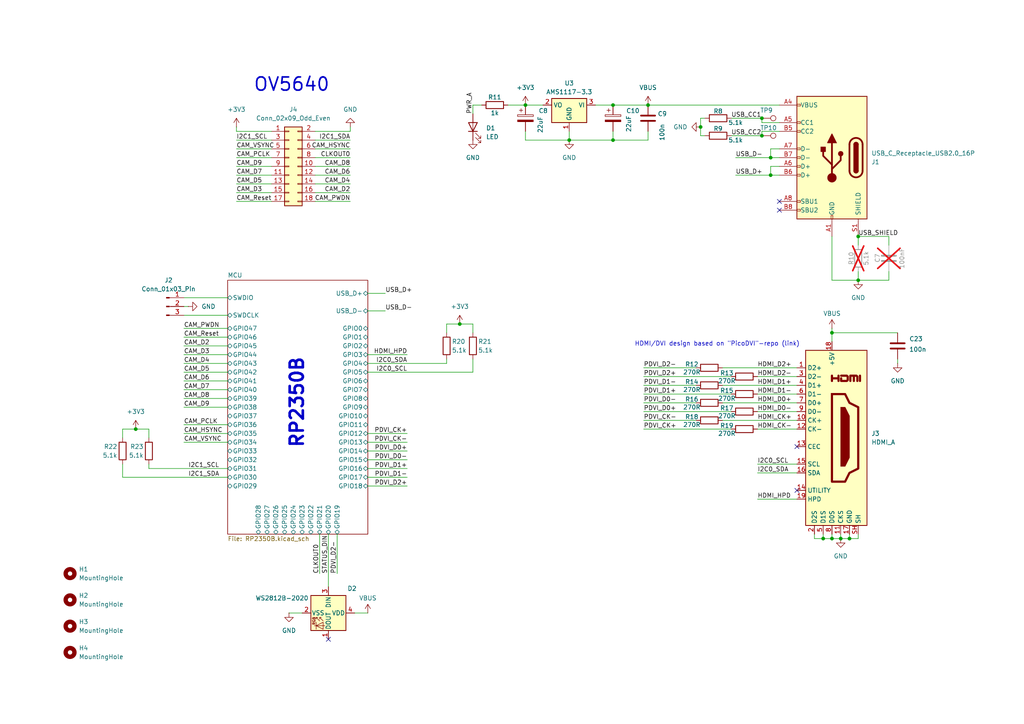
<source format=kicad_sch>
(kicad_sch (version 20231120) (generator "eeschema") (generator_version "8.0")
  (paper "A4")
  (lib_symbols
    (symbol "Connector:Conn_01x03_Pin" (pin_names (offset 1.016) hide)
      (property "Reference" "J" (at 0 5.08 0))
      (property "Value" "Conn_01x03_Pin" (at 0 -5.08 0))
      (symbol "Conn_01x03_Pin_1_1"
        (polyline (pts (xy 1.27 -2.54) (xy 0.8636 -2.54)) (stroke (width 0.1524)))
        (polyline (pts (xy 1.27 0) (xy 0.8636 0)) (stroke (width 0.1524)))
        (polyline (pts (xy 1.27 2.54) (xy 0.8636 2.54)) (stroke (width 0.1524)))
        (rectangle (start 0.8636 -2.413) (end 0 -2.667) (stroke (width 0.1524)) (fill (type outline)))
        (rectangle (start 0.8636 0.127) (end 0 -0.127) (stroke (width 0.1524)) (fill (type outline)))
        (rectangle (start 0.8636 2.667) (end 0 2.413) (stroke (width 0.1524)) (fill (type outline)))
        (pin passive line (at 5.08 2.54 180) (length 3.81) (name "Pin_1") (number "1"))
        (pin passive line (at 5.08 0 180) (length 3.81) (name "Pin_2") (number "2"))
        (pin passive line (at 5.08 -2.54 180) (length 3.81) (name "Pin_3") (number "3"))
      )
    )
    (symbol "Connector:HDMI_A"
      (property "Reference" "J" (at -6.35 26.67 0))
      (property "Value" "HDMI_A" (at 10.16 26.67 0))
      (symbol "HDMI_A_0_0"
        (polyline (pts (xy 8.128 16.51) (xy 8.128 18.034)) (stroke (width 0.635)))
        (polyline (pts (xy 0 16.51) (xy 0 18.034) (xy 0 17.272) (xy 1.905 17.272) (xy 1.905 18.034) (xy 1.905 16.51)) (stroke (width 0.635)))
        (polyline (pts (xy 2.667 18.034) (xy 4.318 18.034) (xy 4.572 17.78) (xy 4.572 16.764) (xy 4.318 16.51) (xy 2.667 16.51) (xy 2.667 17.272)) (stroke (width 0.635)))
      )
      (symbol "HDMI_A_0_1"
        (rectangle (start -7.62 25.4) (end 10.16 -25.4) (stroke (width 0.254)) (fill (type background)))
        (polyline (pts (xy 2.54 8.89) (xy 3.81 8.89) (xy 5.08 6.35) (xy 5.08 -5.715) (xy 3.81 -8.255) (xy 2.54 -8.255) (xy 2.54 8.89)) (fill (type outline)))
        (polyline (pts (xy 5.334 16.51) (xy 5.334 18.034) (xy 6.35 18.034) (xy 6.35 16.51) (xy 6.35 18.034) (xy 7.112 18.034) (xy 7.366 17.78) (xy 7.366 16.51)) (stroke (width 0.635)))
        (polyline (pts (xy 0 12.7) (xy 0 -12.7) (xy 3.81 -12.7) (xy 5.08 -10.16) (xy 7.62 -8.89) (xy 7.62 8.89) (xy 5.08 10.16) (xy 3.81 12.7) (xy 0 12.7)) (stroke (width 0.635)))
      )
      (symbol "HDMI_A_1_1"
        (pin passive line (at -10.16 20.32 0) (length 2.54) (name "D2+") (number "1"))
        (pin passive line (at -10.16 5.08 0) (length 2.54) (name "CK+") (number "10"))
        (pin power_in line (at 2.54 -27.94 90) (length 2.54) (name "CKS") (number "11"))
        (pin passive line (at -10.16 2.54 0) (length 2.54) (name "CK-") (number "12"))
        (pin bidirectional line (at -10.16 -2.54 0) (length 2.54) (name "CEC") (number "13"))
        (pin passive line (at -10.16 -15.24 0) (length 2.54) (name "UTILITY") (number "14"))
        (pin passive line (at -10.16 -7.62 0) (length 2.54) (name "SCL") (number "15"))
        (pin bidirectional line (at -10.16 -10.16 0) (length 2.54) (name "SDA") (number "16"))
        (pin power_in line (at 5.08 -27.94 90) (length 2.54) (name "GND") (number "17"))
        (pin power_in line (at 0 27.94 270) (length 2.54) (name "+5V") (number "18"))
        (pin passive line (at -10.16 -17.78 0) (length 2.54) (name "HPD") (number "19"))
        (pin power_in line (at -5.08 -27.94 90) (length 2.54) (name "D2S") (number "2"))
        (pin passive line (at -10.16 17.78 0) (length 2.54) (name "D2-") (number "3"))
        (pin passive line (at -10.16 15.24 0) (length 2.54) (name "D1+") (number "4"))
        (pin power_in line (at -2.54 -27.94 90) (length 2.54) (name "D1S") (number "5"))
        (pin passive line (at -10.16 12.7 0) (length 2.54) (name "D1-") (number "6"))
        (pin passive line (at -10.16 10.16 0) (length 2.54) (name "D0+") (number "7"))
        (pin power_in line (at 0 -27.94 90) (length 2.54) (name "D0S") (number "8"))
        (pin passive line (at -10.16 7.62 0) (length 2.54) (name "D0-") (number "9"))
        (pin passive line (at 7.62 -27.94 90) (length 2.54) (name "SH") (number "SH"))
      )
    )
    (symbol "Connector:TestPoint" (pin_numbers hide) (pin_names (offset 0.762) hide)
      (property "Reference" "TP" (at 0 6.858 0))
      (property "Value" "TestPoint" (at 0 5.08 0))
      (symbol "TestPoint_0_1"
        (circle (center 0 3.302) (radius 0.762))
      )
      (symbol "TestPoint_1_1"
        (pin passive line (at 0 0 90) (length 2.54) (name "1") (number "1"))
      )
    )
    (symbol "Connector:USB_C_Receptacle_USB2.0_16P" (pin_names (offset 1.016))
      (property "Reference" "J" (at 0 22.225 0))
      (property "Value" "USB_C_Receptacle_USB2.0_16P" (at 0 19.685 0))
      (symbol "USB_C_Receptacle_USB2.0_16P_0_0"
        (rectangle (start -0.254 -17.78) (end 0.254 -16.764))
        (rectangle (start 10.16 -14.986) (end 9.144 -15.494))
        (rectangle (start 10.16 -12.446) (end 9.144 -12.954))
        (rectangle (start 10.16 -4.826) (end 9.144 -5.334))
        (rectangle (start 10.16 -2.286) (end 9.144 -2.794))
        (rectangle (start 10.16 0.254) (end 9.144 -0.254))
        (rectangle (start 10.16 2.794) (end 9.144 2.286))
        (rectangle (start 10.16 7.874) (end 9.144 7.366))
        (rectangle (start 10.16 10.414) (end 9.144 9.906))
        (rectangle (start 10.16 15.494) (end 9.144 14.986))
      )
      (symbol "USB_C_Receptacle_USB2.0_16P_0_1"
        (rectangle (start -10.16 17.78) (end 10.16 -17.78) (stroke (width 0.254)) (fill (type background)))
        (arc (start -8.89 -3.81) (mid -6.985 -5.7067) (end -5.08 -3.81) (stroke (width 0.508)))
        (arc (start -7.62 -3.81) (mid -6.985 -4.4423) (end -6.35 -3.81) (stroke (width 0.254)))
        (arc (start -7.62 -3.81) (mid -6.985 -4.4423) (end -6.35 -3.81) (stroke (width 0.254)) (fill (type outline)))
        (rectangle (start -7.62 -3.81) (end -6.35 3.81) (stroke (width 0.254)) (fill (type outline)))
        (arc (start -6.35 3.81) (mid -6.985 4.4423) (end -7.62 3.81) (stroke (width 0.254)))
        (arc (start -6.35 3.81) (mid -6.985 4.4423) (end -7.62 3.81) (stroke (width 0.254)) (fill (type outline)))
        (arc (start -5.08 3.81) (mid -6.985 5.7067) (end -8.89 3.81) (stroke (width 0.508)))
        (circle (center -2.54 1.143) (radius 0.635) (stroke (width 0.254)) (fill (type outline)))
        (circle (center 0 -5.842) (radius 1.27) (fill (type outline)))
        (polyline (pts (xy -8.89 -3.81) (xy -8.89 3.81)) (stroke (width 0.508)))
        (polyline (pts (xy -5.08 3.81) (xy -5.08 -3.81)) (stroke (width 0.508)))
        (polyline (pts (xy 0 -5.842) (xy 0 4.318)) (stroke (width 0.508)))
        (polyline (pts (xy 0 -3.302) (xy -2.54 -0.762) (xy -2.54 0.508)) (stroke (width 0.508)))
        (polyline (pts (xy 0 -2.032) (xy 2.54 0.508) (xy 2.54 1.778)) (stroke (width 0.508)))
        (polyline (pts (xy -1.27 4.318) (xy 0 6.858) (xy 1.27 4.318) (xy -1.27 4.318)) (stroke (width 0.254)) (fill (type outline)))
        (rectangle (start 1.905 1.778) (end 3.175 3.048) (stroke (width 0.254)) (fill (type outline)))
      )
      (symbol "USB_C_Receptacle_USB2.0_16P_1_1"
        (pin passive line (at 0 -22.86 90) (length 5.08) (name "GND") (number "A1"))
        (pin passive line (at 0 -22.86 90) (length 5.08) hide (name "GND") (number "A12"))
        (pin passive line (at 15.24 15.24 180) (length 5.08) (name "VBUS") (number "A4"))
        (pin bidirectional line (at 15.24 10.16 180) (length 5.08) (name "CC1") (number "A5"))
        (pin bidirectional line (at 15.24 -2.54 180) (length 5.08) (name "D+") (number "A6"))
        (pin bidirectional line (at 15.24 2.54 180) (length 5.08) (name "D-") (number "A7"))
        (pin bidirectional line (at 15.24 -12.7 180) (length 5.08) (name "SBU1") (number "A8"))
        (pin passive line (at 15.24 15.24 180) (length 5.08) hide (name "VBUS") (number "A9"))
        (pin passive line (at 0 -22.86 90) (length 5.08) hide (name "GND") (number "B1"))
        (pin passive line (at 0 -22.86 90) (length 5.08) hide (name "GND") (number "B12"))
        (pin passive line (at 15.24 15.24 180) (length 5.08) hide (name "VBUS") (number "B4"))
        (pin bidirectional line (at 15.24 7.62 180) (length 5.08) (name "CC2") (number "B5"))
        (pin bidirectional line (at 15.24 -5.08 180) (length 5.08) (name "D+") (number "B6"))
        (pin bidirectional line (at 15.24 0 180) (length 5.08) (name "D-") (number "B7"))
        (pin bidirectional line (at 15.24 -15.24 180) (length 5.08) (name "SBU2") (number "B8"))
        (pin passive line (at 15.24 15.24 180) (length 5.08) hide (name "VBUS") (number "B9"))
        (pin passive line (at -7.62 -22.86 90) (length 5.08) (name "SHIELD") (number "S1"))
      )
    )
    (symbol "Connector_Generic:Conn_02x09_Odd_Even" (pin_names (offset 1.016) hide)
      (property "Reference" "J" (at 1.27 12.7 0))
      (property "Value" "Conn_02x09_Odd_Even" (at 1.27 -12.7 0))
      (symbol "Conn_02x09_Odd_Even_1_1"
        (rectangle (start -1.27 -10.033) (end 0 -10.287) (stroke (width 0.1524)))
        (rectangle (start -1.27 -7.493) (end 0 -7.747) (stroke (width 0.1524)))
        (rectangle (start -1.27 -4.953) (end 0 -5.207) (stroke (width 0.1524)))
        (rectangle (start -1.27 -2.413) (end 0 -2.667) (stroke (width 0.1524)))
        (rectangle (start -1.27 0.127) (end 0 -0.127) (stroke (width 0.1524)))
        (rectangle (start -1.27 2.667) (end 0 2.413) (stroke (width 0.1524)))
        (rectangle (start -1.27 5.207) (end 0 4.953) (stroke (width 0.1524)))
        (rectangle (start -1.27 7.747) (end 0 7.493) (stroke (width 0.1524)))
        (rectangle (start -1.27 10.287) (end 0 10.033) (stroke (width 0.1524)))
        (rectangle (start -1.27 11.43) (end 3.81 -11.43) (stroke (width 0.254)) (fill (type background)))
        (rectangle (start 3.81 -10.033) (end 2.54 -10.287) (stroke (width 0.1524)))
        (rectangle (start 3.81 -7.493) (end 2.54 -7.747) (stroke (width 0.1524)))
        (rectangle (start 3.81 -4.953) (end 2.54 -5.207) (stroke (width 0.1524)))
        (rectangle (start 3.81 -2.413) (end 2.54 -2.667) (stroke (width 0.1524)))
        (rectangle (start 3.81 0.127) (end 2.54 -0.127) (stroke (width 0.1524)))
        (rectangle (start 3.81 2.667) (end 2.54 2.413) (stroke (width 0.1524)))
        (rectangle (start 3.81 5.207) (end 2.54 4.953) (stroke (width 0.1524)))
        (rectangle (start 3.81 7.747) (end 2.54 7.493) (stroke (width 0.1524)))
        (rectangle (start 3.81 10.287) (end 2.54 10.033) (stroke (width 0.1524)))
        (pin passive line (at -5.08 10.16 0) (length 3.81) (name "Pin_1") (number "1"))
        (pin passive line (at 7.62 0 180) (length 3.81) (name "Pin_10") (number "10"))
        (pin passive line (at -5.08 -2.54 0) (length 3.81) (name "Pin_11") (number "11"))
        (pin passive line (at 7.62 -2.54 180) (length 3.81) (name "Pin_12") (number "12"))
        (pin passive line (at -5.08 -5.08 0) (length 3.81) (name "Pin_13") (number "13"))
        (pin passive line (at 7.62 -5.08 180) (length 3.81) (name "Pin_14") (number "14"))
        (pin passive line (at -5.08 -7.62 0) (length 3.81) (name "Pin_15") (number "15"))
        (pin passive line (at 7.62 -7.62 180) (length 3.81) (name "Pin_16") (number "16"))
        (pin passive line (at -5.08 -10.16 0) (length 3.81) (name "Pin_17") (number "17"))
        (pin passive line (at 7.62 -10.16 180) (length 3.81) (name "Pin_18") (number "18"))
        (pin passive line (at 7.62 10.16 180) (length 3.81) (name "Pin_2") (number "2"))
        (pin passive line (at -5.08 7.62 0) (length 3.81) (name "Pin_3") (number "3"))
        (pin passive line (at 7.62 7.62 180) (length 3.81) (name "Pin_4") (number "4"))
        (pin passive line (at -5.08 5.08 0) (length 3.81) (name "Pin_5") (number "5"))
        (pin passive line (at 7.62 5.08 180) (length 3.81) (name "Pin_6") (number "6"))
        (pin passive line (at -5.08 2.54 0) (length 3.81) (name "Pin_7") (number "7"))
        (pin passive line (at 7.62 2.54 180) (length 3.81) (name "Pin_8") (number "8"))
        (pin passive line (at -5.08 0 0) (length 3.81) (name "Pin_9") (number "9"))
      )
    )
    (symbol "Device:C" (pin_numbers hide) (pin_names (offset 0.254))
      (property "Reference" "C" (at 0.635 2.54 0))
      (property "Value" "C" (at 0.635 -2.54 0))
      (symbol "C_0_1"
        (polyline (pts (xy -2.032 -0.762) (xy 2.032 -0.762)) (stroke (width 0.508)))
        (polyline (pts (xy -2.032 0.762) (xy 2.032 0.762)) (stroke (width 0.508)))
      )
      (symbol "C_1_1"
        (pin passive line (at 0 3.81 270) (length 2.794) (name "~") (number "1"))
        (pin passive line (at 0 -3.81 90) (length 2.794) (name "~") (number "2"))
      )
    )
    (symbol "Device:C_Polarized" (pin_numbers hide) (pin_names (offset 0.254))
      (property "Reference" "C" (at 0.635 2.54 0))
      (property "Value" "C_Polarized" (at 0.635 -2.54 0))
      (symbol "C_Polarized_0_1"
        (rectangle (start -2.286 0.508) (end 2.286 1.016))
        (polyline (pts (xy -1.778 2.286) (xy -0.762 2.286)))
        (polyline (pts (xy -1.27 2.794) (xy -1.27 1.778)))
        (rectangle (start 2.286 -0.508) (end -2.286 -1.016) (fill (type outline)))
      )
      (symbol "C_Polarized_1_1"
        (pin passive line (at 0 3.81 270) (length 2.794) (name "~") (number "1"))
        (pin passive line (at 0 -3.81 90) (length 2.794) (name "~") (number "2"))
      )
    )
    (symbol "Device:LED" (pin_numbers hide) (pin_names (offset 1.016) hide)
      (property "Reference" "D" (at 0 2.54 0))
      (property "Value" "LED" (at 0 -2.54 0))
      (symbol "LED_0_1"
        (polyline (pts (xy -1.27 -1.27) (xy -1.27 1.27)) (stroke (width 0.254)))
        (polyline (pts (xy -1.27 0) (xy 1.27 0)))
        (polyline (pts (xy 1.27 -1.27) (xy 1.27 1.27) (xy -1.27 0) (xy 1.27 -1.27)) (stroke (width 0.254)))
        (polyline (pts (xy -3.048 -0.762) (xy -4.572 -2.286) (xy -3.81 -2.286) (xy -4.572 -2.286) (xy -4.572 -1.524)))
        (polyline (pts (xy -1.778 -0.762) (xy -3.302 -2.286) (xy -2.54 -2.286) (xy -3.302 -2.286) (xy -3.302 -1.524)))
      )
      (symbol "LED_1_1"
        (pin passive line (at -3.81 0 0) (length 2.54) (name "K") (number "1"))
        (pin passive line (at 3.81 0 180) (length 2.54) (name "A") (number "2"))
      )
    )
    (symbol "Device:R" (pin_numbers hide) (pin_names (offset 0))
      (property "Reference" "R" (at 2.032 0 90))
      (property "Value" "R" (at 0 0 90))
      (symbol "R_0_1"
        (rectangle (start -1.016 -2.54) (end 1.016 2.54) (stroke (width 0.254)))
      )
      (symbol "R_1_1"
        (pin passive line (at 0 3.81 270) (length 1.27) (name "~") (number "1"))
        (pin passive line (at 0 -3.81 90) (length 1.27) (name "~") (number "2"))
      )
    )
    (symbol "LED:WS2812B-2020" (pin_names (offset 0.254))
      (property "Reference" "D" (at 5.08 5.715 0))
      (property "Value" "WS2812B-2020" (at 1.27 -5.715 0))
      (symbol "WS2812B-2020_0_0"
        (text "RGB" (at 2.286 -4.191 0) (effects (font (size 0.762 0.762))))
      )
      (symbol "WS2812B-2020_0_1"
        (polyline (pts (xy 1.27 -3.556) (xy 1.778 -3.556)))
        (polyline (pts (xy 1.27 -2.54) (xy 1.778 -2.54)))
        (polyline (pts (xy 4.699 -3.556) (xy 2.667 -3.556)))
        (polyline (pts (xy 2.286 -2.54) (xy 1.27 -3.556) (xy 1.27 -3.048)))
        (polyline (pts (xy 2.286 -1.524) (xy 1.27 -2.54) (xy 1.27 -2.032)))
        (polyline (pts (xy 3.683 -1.016) (xy 3.683 -3.556) (xy 3.683 -4.064)))
        (polyline (pts (xy 4.699 -1.524) (xy 2.667 -1.524) (xy 3.683 -3.556) (xy 4.699 -1.524)))
        (rectangle (start 5.08 5.08) (end -5.08 -5.08) (stroke (width 0.254)) (fill (type background)))
      )
      (symbol "WS2812B-2020_1_1"
        (pin output line (at 7.62 0 180) (length 2.54) (name "DOUT") (number "1"))
        (pin power_in line (at 0 -7.62 90) (length 2.54) (name "VSS") (number "2"))
        (pin input line (at -7.62 0 0) (length 2.54) (name "DIN") (number "3"))
        (pin power_in line (at 0 7.62 270) (length 2.54) (name "VDD") (number "4"))
      )
    )
    (symbol "Mechanical:MountingHole" (pin_names (offset 1.016)) (exclude_from_sim yes) (in_bom no)
      (property "Reference" "H" (at 0 5.08 0))
      (property "Value" "MountingHole" (at 0 3.175 0))
      (symbol "MountingHole_0_1"
        (circle (center 0 0) (radius 1.27) (stroke (width 1.27)))
      )
    )
    (symbol "Regulator_Linear:AMS1117-3.3"
      (property "Reference" "U" (at -3.81 3.175 0))
      (property "Value" "AMS1117-3.3" (at 0 3.175 0))
      (symbol "AMS1117-3.3_0_1"
        (rectangle (start -5.08 -5.08) (end 5.08 1.905) (stroke (width 0.254)) (fill (type background)))
      )
      (symbol "AMS1117-3.3_1_1"
        (pin power_in line (at 0 -7.62 90) (length 2.54) (name "GND") (number "1"))
        (pin power_out line (at 7.62 0 180) (length 2.54) (name "VO") (number "2"))
        (pin power_in line (at -7.62 0 0) (length 2.54) (name "VI") (number "3"))
      )
    )
    (symbol "power:+3V3" (power) (pin_numbers hide) (pin_names (offset 0) hide)
      (property "Value" "+3V3" (at 0 3.556 0))
      (symbol "+3V3_0_1"
        (polyline (pts (xy -0.762 1.27) (xy 0 2.54)))
        (polyline (pts (xy 0 0) (xy 0 2.54)))
        (polyline (pts (xy 0 2.54) (xy 0.762 1.27)))
      )
      (symbol "+3V3_1_1"
        (pin power_in line (at 0 0 90) (length 0) (name "~") (number "1"))
      )
    )
    (symbol "power:+5V" (power) (pin_numbers hide) (pin_names (offset 0) hide)
      (property "Value" "+5V" (at 0 3.556 0))
      (symbol "+5V_0_1"
        (polyline (pts (xy -0.762 1.27) (xy 0 2.54)))
        (polyline (pts (xy 0 0) (xy 0 2.54)))
        (polyline (pts (xy 0 2.54) (xy 0.762 1.27)))
      )
      (symbol "+5V_1_1"
        (pin power_in line (at 0 0 90) (length 0) (name "~") (number "1"))
      )
    )
    (symbol "power:GND" (power) (pin_numbers hide) (pin_names (offset 0) hide)
      (property "Value" "GND" (at 0 -3.81 0))
      (symbol "GND_0_1"
        (polyline (pts (xy 0 0) (xy 0 -1.27) (xy 1.27 -1.27) (xy 0 -2.54) (xy -1.27 -1.27) (xy 0 -1.27)))
      )
      (symbol "GND_1_1"
        (pin power_in line (at 0 0 270) (length 0) (name "~") (number "1"))
      )
    )
    (symbol "power:VBUS" (power) (pin_numbers hide) (pin_names (offset 0) hide)
      (property "Value" "VBUS" (at 0 3.556 0))
      (symbol "VBUS_0_1"
        (polyline (pts (xy -0.762 1.27) (xy 0 2.54)))
        (polyline (pts (xy 0 0) (xy 0 2.54)))
        (polyline (pts (xy 0 2.54) (xy 0.762 1.27)))
      )
      (symbol "VBUS_1_1"
        (pin power_in line (at 0 0 90) (length 0) (name "~") (number "1"))
      )
    )
  )
  (junction (at 241.3 96.52))
  (junction (at 203.2 36.83))
  (junction (at 152.4 30.48))
  (junction (at 248.92 81.28))
  (junction (at 246.38 156.21))
  (junction (at 241.3 156.21))
  (junction (at 238.76 156.21))
  (junction (at 223.52 45.72))
  (junction (at 220.98 34.29))
  (junction (at 177.8 40.64))
  (junction (at 177.8 30.48))
  (junction (at 39.37 124.46))
  (junction (at 243.84 156.21))
  (junction (at 187.96 30.48))
  (junction (at 223.52 50.8))
  (junction (at 133.35 93.98))
  (junction (at 220.98 39.37))
  (junction (at 248.92 68.58))
  (junction (at 165.1 40.64))
  (no_connect (at 226.06 58.42))
  (no_connect (at 226.06 60.96))
  (no_connect (at 231.14 129.54))
  (no_connect (at 95.25 185.42))
  (no_connect (at 231.14 142.24))
  (wire (pts (xy 203.2 39.37) (xy 204.47 39.37)))
  (wire (pts (xy 101.6 36.83) (xy 101.6 38.1)))
  (wire (pts (xy 186.69 114.3) (xy 212.09 114.3)))
  (wire (pts (xy 219.71 109.22) (xy 231.14 109.22)))
  (wire (pts (xy 35.56 124.46) (xy 35.56 127)))
  (wire (pts (xy 246.38 156.21) (xy 248.92 156.21)))
  (wire (pts (xy 91.44 48.26) (xy 101.6 48.26)))
  (wire (pts (xy 248.92 68.58) (xy 248.92 71.12)))
  (wire (pts (xy 241.3 156.21) (xy 243.84 156.21)))
  (wire (pts (xy 220.98 39.37) (xy 220.98 38.1)))
  (wire (pts (xy 68.58 45.72) (xy 78.74 45.72)))
  (wire (pts (xy 53.34 105.41) (xy 66.04 105.41)))
  (wire (pts (xy 186.69 116.84) (xy 201.93 116.84)))
  (wire (pts (xy 213.36 45.72) (xy 223.52 45.72)))
  (wire (pts (xy 248.92 81.28) (xy 248.92 78.74)))
  (wire (pts (xy 203.2 36.83) (xy 203.2 39.37)))
  (wire (pts (xy 219.71 114.3) (xy 231.14 114.3)))
  (wire (pts (xy 246.38 156.21) (xy 246.38 154.94)))
  (wire (pts (xy 111.76 90.17) (xy 106.68 90.17)))
  (wire (pts (xy 137.16 33.02) (xy 137.16 30.48)))
  (wire (pts (xy 241.3 68.58) (xy 241.3 81.28)))
  (wire (pts (xy 66.04 135.89) (xy 43.18 135.89)))
  (wire (pts (xy 68.58 50.8) (xy 78.74 50.8)))
  (wire (pts (xy 53.34 91.44) (xy 66.04 91.44)))
  (wire (pts (xy 219.71 119.38) (xy 231.14 119.38)))
  (wire (pts (xy 53.34 95.25) (xy 66.04 95.25)))
  (wire (pts (xy 68.58 36.83) (xy 68.58 38.1)))
  (wire (pts (xy 177.8 40.64) (xy 177.8 38.1)))
  (wire (pts (xy 152.4 30.48) (xy 157.48 30.48)))
  (wire (pts (xy 220.98 35.56) (xy 220.98 34.29)))
  (wire (pts (xy 54.61 88.9) (xy 53.34 88.9)))
  (wire (pts (xy 53.34 125.73) (xy 66.04 125.73)))
  (wire (pts (xy 236.22 156.21) (xy 238.76 156.21)))
  (wire (pts (xy 91.44 50.8) (xy 101.6 50.8)))
  (wire (pts (xy 68.58 55.88) (xy 78.74 55.88)))
  (wire (pts (xy 118.11 138.43) (xy 106.68 138.43)))
  (wire (pts (xy 53.34 128.27) (xy 66.04 128.27)))
  (wire (pts (xy 92.71 166.37) (xy 92.71 154.94)))
  (wire (pts (xy 118.11 128.27) (xy 106.68 128.27)))
  (wire (pts (xy 177.8 30.48) (xy 187.96 30.48)))
  (wire (pts (xy 129.54 104.14) (xy 129.54 105.41)))
  (wire (pts (xy 53.34 118.11) (xy 66.04 118.11)))
  (wire (pts (xy 53.34 97.79) (xy 66.04 97.79)))
  (wire (pts (xy 91.44 58.42) (xy 101.6 58.42)))
  (wire (pts (xy 241.3 96.52) (xy 260.35 96.52)))
  (wire (pts (xy 91.44 45.72) (xy 101.6 45.72)))
  (wire (pts (xy 53.34 86.36) (xy 66.04 86.36)))
  (wire (pts (xy 243.84 156.21) (xy 246.38 156.21)))
  (wire (pts (xy 118.11 130.81) (xy 106.68 130.81)))
  (wire (pts (xy 243.84 156.21) (xy 243.84 154.94)))
  (wire (pts (xy 118.11 125.73) (xy 106.68 125.73)))
  (wire (pts (xy 248.92 156.21) (xy 248.92 154.94)))
  (wire (pts (xy 106.68 85.09) (xy 111.76 85.09)))
  (wire (pts (xy 43.18 134.62) (xy 43.18 135.89)))
  (wire (pts (xy 53.34 113.03) (xy 66.04 113.03)))
  (wire (pts (xy 209.55 116.84) (xy 231.14 116.84)))
  (wire (pts (xy 118.11 102.87) (xy 106.68 102.87)))
  (wire (pts (xy 236.22 156.21) (xy 236.22 154.94)))
  (wire (pts (xy 91.44 40.64) (xy 101.6 40.64)))
  (wire (pts (xy 186.69 111.76) (xy 201.93 111.76)))
  (wire (pts (xy 83.82 177.8) (xy 87.63 177.8)))
  (wire (pts (xy 209.55 111.76) (xy 231.14 111.76)))
  (wire (pts (xy 220.98 38.1) (xy 226.06 38.1)))
  (wire (pts (xy 106.68 177.8) (xy 102.87 177.8)))
  (wire (pts (xy 91.44 43.18) (xy 101.6 43.18)))
  (wire (pts (xy 238.76 156.21) (xy 241.3 156.21)))
  (wire (pts (xy 68.58 38.1) (xy 78.74 38.1)))
  (wire (pts (xy 186.69 119.38) (xy 212.09 119.38)))
  (wire (pts (xy 238.76 156.21) (xy 238.76 154.94)))
  (wire (pts (xy 53.34 123.19) (xy 66.04 123.19)))
  (wire (pts (xy 137.16 30.48) (xy 139.7 30.48)))
  (wire (pts (xy 187.96 38.1) (xy 187.96 40.64)))
  (wire (pts (xy 68.58 43.18) (xy 78.74 43.18)))
  (wire (pts (xy 209.55 106.68) (xy 231.14 106.68)))
  (wire (pts (xy 53.34 107.95) (xy 66.04 107.95)))
  (wire (pts (xy 68.58 40.64) (xy 78.74 40.64)))
  (wire (pts (xy 219.71 144.78) (xy 231.14 144.78)))
  (wire (pts (xy 152.4 40.64) (xy 165.1 40.64)))
  (wire (pts (xy 118.11 133.35) (xy 106.68 133.35)))
  (wire (pts (xy 187.96 30.48) (xy 226.06 30.48)))
  (wire (pts (xy 95.25 154.94) (xy 95.25 170.18)))
  (wire (pts (xy 241.3 96.52) (xy 241.3 99.06)))
  (wire (pts (xy 226.06 43.18) (xy 223.52 43.18)))
  (wire (pts (xy 165.1 40.64) (xy 177.8 40.64)))
  (wire (pts (xy 68.58 48.26) (xy 78.74 48.26)))
  (wire (pts (xy 223.52 43.18) (xy 223.52 45.72)))
  (wire (pts (xy 133.35 93.98) (xy 137.16 93.98)))
  (wire (pts (xy 204.47 34.29) (xy 203.2 34.29)))
  (wire (pts (xy 68.58 58.42) (xy 78.74 58.42)))
  (wire (pts (xy 68.58 53.34) (xy 78.74 53.34)))
  (wire (pts (xy 223.52 45.72) (xy 226.06 45.72)))
  (wire (pts (xy 248.92 68.58) (xy 257.81 68.58)))
  (wire (pts (xy 257.81 81.28) (xy 248.92 81.28)))
  (wire (pts (xy 172.72 30.48) (xy 177.8 30.48)))
  (wire (pts (xy 43.18 127) (xy 43.18 124.46)))
  (wire (pts (xy 212.09 39.37) (xy 220.98 39.37)))
  (wire (pts (xy 241.3 81.28) (xy 248.92 81.28)))
  (wire (pts (xy 186.69 109.22) (xy 212.09 109.22)))
  (wire (pts (xy 213.36 50.8) (xy 223.52 50.8)))
  (wire (pts (xy 219.71 124.46) (xy 231.14 124.46)))
  (wire (pts (xy 186.69 124.46) (xy 212.09 124.46)))
  (wire (pts (xy 53.34 110.49) (xy 66.04 110.49)))
  (wire (pts (xy 220.98 35.56) (xy 226.06 35.56)))
  (wire (pts (xy 97.79 154.94) (xy 97.79 166.37)))
  (wire (pts (xy 223.52 50.8) (xy 226.06 50.8)))
  (wire (pts (xy 226.06 48.26) (xy 223.52 48.26)))
  (wire (pts (xy 219.71 137.16) (xy 231.14 137.16)))
  (wire (pts (xy 53.34 100.33) (xy 66.04 100.33)))
  (wire (pts (xy 66.04 138.43) (xy 35.56 138.43)))
  (wire (pts (xy 101.6 38.1) (xy 91.44 38.1)))
  (wire (pts (xy 219.71 134.62) (xy 231.14 134.62)))
  (wire (pts (xy 91.44 53.34) (xy 101.6 53.34)))
  (wire (pts (xy 241.3 95.25) (xy 241.3 96.52)))
  (wire (pts (xy 129.54 93.98) (xy 133.35 93.98)))
  (wire (pts (xy 106.68 107.95) (xy 137.16 107.95)))
  (wire (pts (xy 223.52 48.26) (xy 223.52 50.8)))
  (wire (pts (xy 260.35 105.41) (xy 260.35 104.14)))
  (wire (pts (xy 165.1 40.64) (xy 165.1 38.1)))
  (wire (pts (xy 257.81 78.74) (xy 257.81 81.28)))
  (wire (pts (xy 186.69 106.68) (xy 201.93 106.68)))
  (wire (pts (xy 53.34 115.57) (xy 66.04 115.57)))
  (wire (pts (xy 186.69 121.92) (xy 201.93 121.92)))
  (wire (pts (xy 129.54 96.52) (xy 129.54 93.98)))
  (wire (pts (xy 43.18 124.46) (xy 39.37 124.46)))
  (wire (pts (xy 106.68 135.89) (xy 118.11 135.89)))
  (wire (pts (xy 212.09 34.29) (xy 220.98 34.29)))
  (wire (pts (xy 35.56 134.62) (xy 35.56 138.43)))
  (wire (pts (xy 53.34 102.87) (xy 66.04 102.87)))
  (wire (pts (xy 209.55 121.92) (xy 231.14 121.92)))
  (wire (pts (xy 106.68 140.97) (xy 118.11 140.97)))
  (wire (pts (xy 187.96 40.64) (xy 177.8 40.64)))
  (wire (pts (xy 241.3 156.21) (xy 241.3 154.94)))
  (wire (pts (xy 203.2 34.29) (xy 203.2 36.83)))
  (wire (pts (xy 39.37 124.46) (xy 35.56 124.46)))
  (wire (pts (xy 147.32 30.48) (xy 152.4 30.48)))
  (wire (pts (xy 91.44 55.88) (xy 101.6 55.88)))
  (wire (pts (xy 137.16 104.14) (xy 137.16 107.95)))
  (wire (pts (xy 152.4 38.1) (xy 152.4 40.64)))
  (wire (pts (xy 137.16 93.98) (xy 137.16 96.52)))
  (wire (pts (xy 257.81 71.12) (xy 257.81 68.58)))
  (wire (pts (xy 106.68 105.41) (xy 129.54 105.41)))
  (text "HDMI/DVI design based on \"PicoDVI\"-repo (link)" (at 208.026 99.822 0) (effects (font (size 1.27 1.27))))
  (text "OV5640" (at 73.406 24.638 0) (effects (font (size 3.81 3.81) (thickness 0.4763)) (justify left)))
  (text "RP2350B" (at 86.106 116.84 90) (effects (font (size 3.81 3.81) (thickness 0.762) (bold yes))))
  (label "CAM_D9" (at 68.58 48.26 0))
  (label "CAM_PCLK" (at 53.34 123.19 0))
  (label "CAM_D4" (at 101.6 53.34 180))
  (label "CAM_HSYNC" (at 53.34 125.73 0))
  (label "USB_D-" (at 213.36 45.72 0))
  (label "CAM_D7" (at 68.58 50.8 0))
  (label "HDMI_CK-" (at 219.71 124.46 0) (effects (font (thickness 0.1588))))
  (label "CAM_VSYNC" (at 68.58 43.18 0))
  (label "HDMI_HPD" (at 118.11 102.87 180))
  (label "CAM_D6" (at 101.6 50.8 180))
  (label "CAM_VSYNC" (at 53.34 128.27 0))
  (label "STATUS_DIN" (at 95.25 166.37 90))
  (label "USB_D+" (at 213.36 50.8 0))
  (label "HDMI_HPD" (at 219.71 144.78 0))
  (label "USB_SHIELD" (at 248.92 68.58 0))
  (label "USB_CC1" (at 212.09 34.29 0))
  (label "PDVI_D0+" (at 186.69 119.38 0) (effects (font (thickness 0.1588))))
  (label "PDVI_D2-" (at 186.69 106.68 0) (effects (font (thickness 0.1588))))
  (label "HDMI_CK+" (at 219.71 121.92 0) (effects (font (thickness 0.1588))))
  (label "CAM_D4" (at 53.34 105.41 0))
  (label "CAM_D2" (at 101.6 55.88 180))
  (label "I2C1_SCL" (at 54.61 135.89 0))
  (label "USB_D+" (at 111.76 85.09 0))
  (label "PDVI_CK-" (at 118.11 128.27 180) (effects (font (thickness 0.1588))))
  (label "HDMI_D1-" (at 219.71 114.3 0) (effects (font (thickness 0.1588))))
  (label "PDVI_D1+" (at 186.69 114.3 0) (effects (font (thickness 0.1588))))
  (label "USB_CC2" (at 212.09 39.37 0))
  (label "CAM_PWDN" (at 101.6 58.42 180))
  (label "PDVI_D2+" (at 186.69 109.22 0) (effects (font (thickness 0.1588))))
  (label "I2C1_SCL" (at 68.58 40.64 0))
  (label "HDMI_D0-" (at 219.71 119.38 0) (effects (font (thickness 0.1588))))
  (label "CAM_HSYNC" (at 101.6 43.18 180))
  (label "CAM_D8" (at 53.34 115.57 0))
  (label "PDVI_D0-" (at 186.69 116.84 0) (effects (font (thickness 0.1588))))
  (label "CLKOUT0" (at 101.6 45.72 180))
  (label "PDVI_D1-" (at 186.69 111.76 0) (effects (font (thickness 0.1588))))
  (label "PDVI_CK+" (at 186.69 124.46 0) (effects (font (thickness 0.1588))))
  (label "I2C0_SCL" (at 118.11 107.95 180))
  (label "CAM_D8" (at 101.6 48.26 180))
  (label "HDMI_D1+" (at 219.71 111.76 0) (effects (font (thickness 0.1588))))
  (label "CAM_Reset" (at 53.34 97.79 0))
  (label "PDVI_CK+" (at 118.11 125.73 180) (effects (font (thickness 0.1588))))
  (label "CAM_D6" (at 53.34 110.49 0))
  (label "CAM_D2" (at 53.34 100.33 0))
  (label "PDVI_D0-" (at 118.11 133.35 180) (effects (font (thickness 0.1588))))
  (label "CAM_D5" (at 68.58 53.34 0))
  (label "I2C1_SDA" (at 54.61 138.43 0))
  (label "PDVI_D0+" (at 118.11 130.81 180) (effects (font (thickness 0.1588))))
  (label "USB_D-" (at 111.76 90.17 0))
  (label "PDVI_D2+" (at 118.11 140.97 180) (effects (font (thickness 0.1588))))
  (label "HDMI_D2-" (at 219.71 109.22 0) (effects (font (thickness 0.1588))))
  (label "HDMI_D2+" (at 219.71 106.68 0) (effects (font (thickness 0.1588))))
  (label "CAM_D9" (at 53.34 118.11 0))
  (label "CAM_D7" (at 53.34 113.03 0))
  (label "CLKOUT0" (at 92.71 166.37 90))
  (label "CAM_D5" (at 53.34 107.95 0))
  (label "CAM_PCLK" (at 68.58 45.72 0))
  (label "HDMI_D0+" (at 219.71 116.84 0) (effects (font (thickness 0.1588))))
  (label "I2C0_SDA" (at 219.71 137.16 0))
  (label "I2C0_SCL" (at 219.71 134.62 0))
  (label "I2C1_SDA" (at 101.6 40.64 180))
  (label "CAM_D3" (at 68.58 55.88 0))
  (label "I2C0_SDA" (at 118.11 105.41 180))
  (label "CAM_D3" (at 53.34 102.87 0))
  (label "PDVI_D1+" (at 118.11 135.89 180) (effects (font (thickness 0.1588))))
  (label "CAM_Reset" (at 68.58 58.42 0))
  (label "PDVI_D2-" (at 97.79 166.37 90) (effects (font (thickness 0.1588))))
  (label "PWR_A" (at 137.16 33.02 90))
  (label "PDVI_CK-" (at 186.69 121.92 0) (effects (font (thickness 0.1588))))
  (label "CAM_PWDN" (at 53.34 95.25 0))
  (label "PDVI_D1-" (at 118.11 138.43 180) (effects (font (thickness 0.1588))))
  (symbol (lib_id "power:+3V3") (at 68.58 36.83 0) (mirror y) (unit 1)
    (property "Reference" "#PWR027" (effects (hide yes)))
    (property "Value" "+3V3" (at 68.58 31.75 0))
    (property "Description" "Power symbol creates a global label with name \"+3V3\"" (effects (hide yes)))
  )
  (symbol (lib_id "Connector_Generic:Conn_02x09_Odd_Even") (at 83.82 48.26 0) (unit 1)
    (property "Reference" "J4" (at 85.09 31.75 0))
    (property "Value" "Conn_02x09_Odd_Even" (at 85.09 34.29 0))
    (property "Footprint" "Connector_PinSocket_2.54mm:PinSocket_2x09_P2.54mm_Horizontal" (effects (hide yes)))
    (property "Description" "Generic connector, double row, 02x09, odd/even pin numbering scheme (row 1 odd numbers, row 2 even numbers), script generated (kicad-library-utils/schlib/autogen/connector/)" (effects (hide yes)))
  )
  (symbol (lib_id "Device:C_Polarized") (at 177.8 34.29 0) (unit 1)
    (property "Reference" "C10" (at 181.61 32.1309 0) (effects (justify left)))
    (property "Value" "22uF" (at 182.372 38.354 90) (effects (justify left)))
    (property "Footprint" "Capacitor_Tantalum_SMD:CP_EIA-3216-18_Kemet-A" (effects (hide yes)))
    (property "Description" "Polarized capacitor" (effects (hide yes)))
  )
  (symbol (lib_id "Mechanical:MountingHole") (at 20.32 166.37 0) (unit 1) (exclude_from_sim yes) (in_bom no)
    (property "Reference" "H1" (at 22.86 165.0999 0) (effects (justify left)))
    (property "Value" "MountingHole" (at 22.86 167.6399 0) (effects (justify left)))
    (property "Footprint" "MountingHole:MountingHole_3.2mm_M3_DIN965" (effects (hide yes)))
    (property "Description" "Mounting Hole without connection" (effects (hide yes)))
  )
  (symbol (lib_id "power:GND") (at 260.35 105.41 0) (unit 1)
    (property "Reference" "#PWR030" (effects (hide yes)))
    (property "Value" "GND" (at 260.35 110.49 0))
    (property "Description" "Power symbol creates a global label with name \"GND\" , ground" (effects (hide yes)))
  )
  (symbol (lib_id "Device:C") (at 260.35 100.33 180) (unit 1)
    (property "Reference" "C23" (at 265.684 98.298 0))
    (property "Value" "100n" (at 266.192 101.346 0))
    (property "Footprint" "Capacitor_SMD:C_0402_1005Metric" (effects (hide yes)))
    (property "Description" "Unpolarized capacitor" (effects (hide yes)))
  )
  (symbol (lib_id "Device:R") (at 35.56 130.81 0) (unit 1)
    (property "Reference" "R22" (at 34.036 129.54 0) (effects (justify right)))
    (property "Value" "5.1k" (at 34.036 132.08 0) (effects (justify right)))
    (property "Footprint" "Resistor_SMD:R_0402_1005Metric" (effects (hide yes)))
    (property "Description" "Resistor" (effects (hide yes)))
  )
  (symbol (lib_id "power:GND") (at 54.61 88.9 90) (unit 1)
    (property "Reference" "#PWR019" (effects (hide yes)))
    (property "Value" "GND" (at 58.42 88.8999 90) (effects (justify right)))
    (property "Description" "Power symbol creates a global label with name \"GND\" , ground" (effects (hide yes)))
  )
  (symbol (lib_id "power:GND") (at 203.2 36.83 270) (unit 1)
    (property "Reference" "#PWR017" (effects (hide yes)))
    (property "Value" "GND" (at 199.39 36.8299 90) (effects (justify right)))
    (property "Description" "Power symbol creates a global label with name \"GND\" , ground" (effects (hide yes)))
  )
  (symbol (lib_id "power:+3V3") (at 39.37 124.46 0) (mirror y) (unit 1)
    (property "Reference" "#PWR035" (effects (hide yes)))
    (property "Value" "+3V3" (at 39.37 119.38 0))
    (property "Description" "Power symbol creates a global label with name \"+3V3\"" (effects (hide yes)))
  )
  (symbol (lib_id "power:GND") (at 165.1 40.64 0) (unit 1)
    (property "Reference" "#PWR020" (effects (hide yes)))
    (property "Value" "GND" (at 165.1 45.72 0))
    (property "Description" "Power symbol creates a global label with name \"GND\" , ground" (effects (hide yes)))
  )
  (symbol (lib_id "Connector:Conn_01x03_Pin") (at 48.26 88.9 0) (unit 1)
    (property "Reference" "J2" (at 48.895 81.28 0))
    (property "Value" "Conn_01x03_Pin" (at 48.895 83.82 0))
    (property "Footprint" "Connector_PinSocket_2.54mm:PinSocket_1x03_P2.54mm_Vertical" (effects (hide yes)))
    (property "Description" "Generic connector, single row, 01x03, script generated" (effects (hide yes)))
  )
  (symbol (lib_id "Connector:HDMI_A") (at 241.3 127 0) (unit 1)
    (property "Reference" "J3" (at 252.73 125.7299 0) (effects (justify left)))
    (property "Value" "HDMI_A" (at 252.73 128.2699 0) (effects (justify left)))
    (property "Footprint" "Connector_Video:HDMI_A_Amphenol_10029449-x01xLF_Horizontal" (effects (hide yes)))
    (property "Datasheet" "https://en.wikipedia.org/wiki/HDMI" (effects (hide yes)))
    (property "Description" "HDMI type A connector" (effects (hide yes)))
  )
  (symbol (lib_id "Device:R") (at 208.28 39.37 90) (unit 1)
    (property "Reference" "R9" (at 208.28 37.338 90))
    (property "Value" "5.1k" (at 213.36 40.64 90))
    (property "Footprint" "Resistor_SMD:R_0402_1005Metric" (effects (hide yes)))
    (property "Description" "Resistor" (effects (hide yes)))
  )
  (symbol (lib_id "Connector:TestPoint") (at 220.98 39.37 270) (unit 1)
    (property "Reference" "TP10" (at 220.472 37.084 90) (effects (justify left)))
    (property "Value" "TestPoint" (effects (hide yes)))
    (property "Footprint" "TestPoint:TestPoint_Pad_D1.0mm" (effects (hide yes)))
    (property "Description" "test point" (effects (hide yes)))
  )
  (symbol (lib_id "Connector:USB_C_Receptacle_USB2.0_16P") (at 241.3 45.72 0) (mirror y) (unit 1)
    (property "Reference" "J1" (at 252.73 46.9901 0) (effects (justify right)))
    (property "Value" "USB_C_Receptacle_USB2.0_16P" (at 252.73 44.4501 0) (effects (justify right)))
    (property "Footprint" "Connector_USB:USB_C_Receptacle_GCT_USB4105-xx-A_16P_TopMnt_Horizontal" (effects (hide yes)))
    (property "Datasheet" "https://www.usb.org/sites/default/files/documents/usb_type-c.zip" (effects (hide yes)))
    (property "Description" "USB 2.0-only 16P Type-C Receptacle connector" (effects (hide yes)))
  )
  (symbol (lib_id "Device:R") (at 248.92 74.93 180) (unit 1) (in_bom no) (dnp yes)
    (property "Reference" "R10" (at 246.888 74.93 90))
    (property "Value" "5.1k" (at 251.206 74.93 90))
    (property "Footprint" "Resistor_SMD:R_0402_1005Metric" (effects (hide yes)))
    (property "Description" "Resistor" (effects (hide yes)))
  )
  (symbol (lib_id "power:+3V3") (at 152.4 30.48 0) (unit 1)
    (property "Reference" "#PWR021" (effects (hide yes)))
    (property "Value" "+3V3" (at 152.4 25.4 0))
    (property "Description" "Power symbol creates a global label with name \"+3V3\"" (effects (hide yes)))
  )
  (symbol (lib_id "power:GND") (at 243.84 156.21 0) (unit 1)
    (property "Reference" "#PWR031" (effects (hide yes)))
    (property "Value" "GND" (at 243.84 161.29 0))
    (property "Description" "Power symbol creates a global label with name \"GND\" , ground" (effects (hide yes)))
  )
  (symbol (lib_id "power:VBUS") (at 187.96 30.48 0) (unit 1)
    (property "Reference" "#PWR016" (effects (hide yes)))
    (property "Value" "VBUS" (at 187.96 25.4 0))
    (property "Description" "Power symbol creates a global label with name \"VBUS\"" (effects (hide yes)))
  )
  (symbol (lib_id "Device:R") (at 129.54 100.33 0) (mirror y) (unit 1)
    (property "Reference" "R20" (at 131.064 99.06 0) (effects (justify right)))
    (property "Value" "5.1k" (at 131.064 101.6 0) (effects (justify right)))
    (property "Footprint" "Resistor_SMD:R_0402_1005Metric" (effects (hide yes)))
    (property "Description" "Resistor" (effects (hide yes)))
  )
  (symbol (lib_id "power:GND") (at 101.6 36.83 180) (unit 1)
    (property "Reference" "#PWR028" (effects (hide yes)))
    (property "Value" "GND" (at 101.6 31.75 0))
    (property "Description" "Power symbol creates a global label with name \"GND\" , ground" (effects (hide yes)))
  )
  (symbol (lib_id "Device:R") (at 205.74 106.68 90) (unit 1)
    (property "Reference" "R12" (at 200.66 105.664 90))
    (property "Value" "270R" (at 200.66 107.95 90))
    (property "Footprint" "Resistor_SMD:R_0402_1005Metric" (effects (hide yes)))
    (property "Description" "Resistor" (effects (hide yes)))
  )
  (symbol (lib_id "Device:R") (at 208.28 34.29 90) (unit 1)
    (property "Reference" "R8" (at 208.28 32.258 90))
    (property "Value" "5.1k" (at 213.36 35.56 90))
    (property "Footprint" "Resistor_SMD:R_0402_1005Metric" (effects (hide yes)))
    (property "Description" "Resistor" (effects (hide yes)))
  )
  (symbol (lib_id "Device:C") (at 257.81 74.93 0) (unit 1) (in_bom no) (dnp yes)
    (property "Reference" "C7" (at 254.508 76.2 90) (effects (justify left)))
    (property "Value" "100nF" (at 261.62 77.978 90) (effects (justify left)))
    (property "Footprint" "Capacitor_SMD:C_0402_1005Metric" (effects (hide yes)))
    (property "Description" "Unpolarized capacitor" (effects (hide yes)))
  )
  (symbol (lib_id "power:GND") (at 137.16 40.64 0) (unit 1)
    (property "Reference" "#PWR022" (effects (hide yes)))
    (property "Value" "GND" (at 137.16 45.72 0))
    (property "Description" "Power symbol creates a global label with name \"GND\" , ground" (effects (hide yes)))
  )
  (symbol (lib_id "power:GND") (at 83.82 177.8 0) (unit 1)
    (property "Reference" "#PWR032" (effects (hide yes)))
    (property "Value" "GND" (at 83.82 182.88 0))
    (property "Description" "Power symbol creates a global label with name \"GND\" , ground" (effects (hide yes)))
  )
  (symbol (lib_id "Device:R") (at 143.51 30.48 90) (unit 1)
    (property "Reference" "R11" (at 143.51 28.194 90))
    (property "Value" "1k" (at 143.51 32.766 90))
    (property "Footprint" "Resistor_SMD:R_0402_1005Metric" (effects (hide yes)))
    (property "Description" "Resistor" (effects (hide yes)))
  )
  (symbol (lib_id "Device:R") (at 215.9 109.22 90) (unit 1)
    (property "Reference" "R13" (at 210.82 108.204 90))
    (property "Value" "270R" (at 210.82 110.49 90))
    (property "Footprint" "Resistor_SMD:R_0402_1005Metric" (effects (hide yes)))
    (property "Description" "Resistor" (effects (hide yes)))
  )
  (symbol (lib_id "power:+5V") (at 106.68 177.8 0) (unit 1)
    (property "Reference" "#PWR034" (effects (hide yes)))
    (property "Value" "VBUS" (at 104.14 173.482 0) (effects (justify left)))
    (property "Description" "Power symbol creates a global label with name \"+5V\"" (effects (hide yes)))
  )
  (symbol (lib_id "Mechanical:MountingHole") (at 20.32 189.23 0) (unit 1) (exclude_from_sim yes) (in_bom no)
    (property "Reference" "H4" (at 22.86 187.9599 0) (effects (justify left)))
    (property "Value" "MountingHole" (at 22.86 190.4999 0) (effects (justify left)))
    (property "Footprint" "MountingHole:MountingHole_3.2mm_M3_DIN965" (effects (hide yes)))
    (property "Description" "Mounting Hole without connection" (effects (hide yes)))
  )
  (symbol (lib_id "Device:R") (at 205.74 121.92 90) (unit 1)
    (property "Reference" "R18" (at 200.66 120.904 90))
    (property "Value" "270R" (at 200.66 123.19 90))
    (property "Footprint" "Resistor_SMD:R_0402_1005Metric" (effects (hide yes)))
    (property "Description" "Resistor" (effects (hide yes)))
  )
  (symbol (lib_id "power:+3V3") (at 133.35 93.98 0) (unit 1)
    (property "Reference" "#PWR033" (effects (hide yes)))
    (property "Value" "+3V3" (at 133.35 88.9 0))
    (property "Description" "Power symbol creates a global label with name \"+3V3\"" (effects (hide yes)))
  )
  (symbol (lib_id "Device:R") (at 215.9 124.46 90) (unit 1)
    (property "Reference" "R19" (at 210.82 123.444 90))
    (property "Value" "270R" (at 210.82 125.73 90))
    (property "Footprint" "Resistor_SMD:R_0402_1005Metric" (effects (hide yes)))
    (property "Description" "Resistor" (effects (hide yes)))
  )
  (symbol (lib_id "Device:R") (at 205.74 111.76 90) (unit 1)
    (property "Reference" "R14" (at 200.66 110.744 90))
    (property "Value" "270R" (at 200.66 113.03 90))
    (property "Footprint" "Resistor_SMD:R_0402_1005Metric" (effects (hide yes)))
    (property "Description" "Resistor" (effects (hide yes)))
  )
  (symbol (lib_id "LED:WS2812B-2020") (at 95.25 177.8 270) (unit 1)
    (property "Reference" "D2" (at 102.108 170.688 90))
    (property "Value" "WS2812B-2020" (at 81.788 173.482 90))
    (property "Footprint" "LED_SMD:LED_WS2812B_PLCC4_5.0x5.0mm_P3.2mm" (effects (hide yes)))
    (property "Datasheet" "https://cdn-shop.adafruit.com/product-files/4684/4684_WS2812B-2020_V1.3_EN.pdf" (effects (hide yes)))
    (property "Description" "RGB LED with integrated controller, 2.0 x 2.0 mm, 12 mA" (effects (hide yes)))
  )
  (symbol (lib_id "Device:C") (at 187.96 34.29 0) (unit 1)
    (property "Reference" "C9" (at 190.754 33.02 0) (effects (justify left)))
    (property "Value" "100n" (at 192.024 40.894 90) (effects (justify left)))
    (property "Footprint" "Capacitor_SMD:C_0402_1005Metric" (effects (hide yes)))
    (property "Description" "Unpolarized capacitor" (effects (hide yes)))
  )
  (symbol (lib_id "Device:R") (at 205.74 116.84 90) (unit 1)
    (property "Reference" "R16" (at 200.66 115.824 90))
    (property "Value" "270R" (at 200.66 118.11 90))
    (property "Footprint" "Resistor_SMD:R_0402_1005Metric" (effects (hide yes)))
    (property "Description" "Resistor" (effects (hide yes)))
  )
  (symbol (lib_id "Device:R") (at 43.18 130.81 0) (unit 1)
    (property "Reference" "R23" (at 41.656 129.54 0) (effects (justify right)))
    (property "Value" "5.1k" (at 41.656 132.08 0) (effects (justify right)))
    (property "Footprint" "Resistor_SMD:R_0402_1005Metric" (effects (hide yes)))
    (property "Description" "Resistor" (effects (hide yes)))
  )
  (symbol (lib_id "Device:R") (at 137.16 100.33 0) (mirror y) (unit 1)
    (property "Reference" "R21" (at 138.684 99.06 0) (effects (justify right)))
    (property "Value" "5.1k" (at 138.684 101.6 0) (effects (justify right)))
    (property "Footprint" "Resistor_SMD:R_0402_1005Metric" (effects (hide yes)))
    (property "Description" "Resistor" (effects (hide yes)))
  )
  (symbol (lib_id "Device:LED") (at 137.16 36.83 90) (unit 1)
    (property "Reference" "D1" (at 140.97 37.1474 90) (effects (justify right)))
    (property "Value" "LED" (at 140.97 39.6874 90) (effects (justify right)))
    (property "Footprint" "LED_SMD:LED_0603_1608Metric" (effects (hide yes)))
    (property "Description" "Light emitting diode" (effects (hide yes)))
  )
  (symbol (lib_id "Device:R") (at 215.9 119.38 90) (unit 1)
    (property "Reference" "R17" (at 210.82 118.364 90))
    (property "Value" "270R" (at 210.82 120.65 90))
    (property "Footprint" "Resistor_SMD:R_0402_1005Metric" (effects (hide yes)))
    (property "Description" "Resistor" (effects (hide yes)))
  )
  (symbol (lib_id "Mechanical:MountingHole") (at 20.32 173.99 0) (unit 1) (exclude_from_sim yes) (in_bom no)
    (property "Reference" "H2" (at 22.86 172.7199 0) (effects (justify left)))
    (property "Value" "MountingHole" (at 22.86 175.2599 0) (effects (justify left)))
    (property "Footprint" "MountingHole:MountingHole_3.2mm_M3_DIN965" (effects (hide yes)))
    (property "Description" "Mounting Hole without connection" (effects (hide yes)))
  )
  (symbol (lib_id "Regulator_Linear:AMS1117-3.3") (at 165.1 30.48 0) (mirror y) (unit 1)
    (property "Reference" "U3" (at 165.1 24.13 0))
    (property "Value" "AMS1117-3.3" (at 165.1 26.67 0))
    (property "Footprint" "Package_TO_SOT_SMD:SOT-223-3_TabPin2" (effects (hide yes)))
    (property "Datasheet" "http://www.advanced-monolithic.com/pdf/ds1117.pdf" (effects (hide yes)))
    (property "Description" "1A Low Dropout regulator, positive, 3.3V fixed output, SOT-223" (effects (hide yes)))
  )
  (symbol (lib_id "Connector:TestPoint") (at 220.98 34.29 270) (unit 1)
    (property "Reference" "TP9" (at 220.472 32.004 90) (effects (justify left)))
    (property "Value" "TestPoint" (effects (hide yes)))
    (property "Footprint" "TestPoint:TestPoint_Pad_D1.0mm" (effects (hide yes)))
    (property "Description" "test point" (effects (hide yes)))
  )
  (symbol (lib_id "Device:R") (at 215.9 114.3 90) (unit 1)
    (property "Reference" "R15" (at 210.82 113.284 90))
    (property "Value" "270R" (at 210.82 115.57 90))
    (property "Footprint" "Resistor_SMD:R_0402_1005Metric" (effects (hide yes)))
    (property "Description" "Resistor" (effects (hide yes)))
  )
  (symbol (lib_id "power:+5V") (at 241.3 95.25 0) (unit 1)
    (property "Reference" "#PWR029" (effects (hide yes)))
    (property "Value" "VBUS" (at 238.76 90.932 0) (effects (justify left)))
    (property "Description" "Power symbol creates a global label with name \"+5V\"" (effects (hide yes)))
  )
  (symbol (lib_id "Mechanical:MountingHole") (at 20.32 181.61 0) (unit 1) (exclude_from_sim yes) (in_bom no)
    (property "Reference" "H3" (at 22.86 180.3399 0) (effects (justify left)))
    (property "Value" "MountingHole" (at 22.86 182.8799 0) (effects (justify left)))
    (property "Footprint" "MountingHole:MountingHole_3.2mm_M3_DIN965" (effects (hide yes)))
    (property "Description" "Mounting Hole without connection" (effects (hide yes)))
  )
  (symbol (lib_id "Device:C_Polarized") (at 152.4 34.29 0) (unit 1)
    (property "Reference" "C8" (at 156.21 32.1309 0) (effects (justify left)))
    (property "Value" "22uF" (at 156.718 38.608 90) (effects (justify left)))
    (property "Footprint" "Capacitor_Tantalum_SMD:CP_EIA-3216-18_Kemet-A" (effects (hide yes)))
    (property "Description" "Polarized capacitor" (effects (hide yes)))
  )
  (symbol (lib_id "power:GND") (at 248.92 81.28 0) (unit 1)
    (property "Reference" "#PWR018" (effects (hide yes)))
    (property "Value" "GND" (at 248.92 86.36 0))
    (property "Description" "Power symbol creates a global label with name \"GND\" , ground" (effects (hide yes)))
  )
  (sheet (at 66.04 81.28) (size 40.64 73.66) (stroke (width 0.1524))
    (property "Sheetname" "MCU" (at 66.04 80.5684 0) (effects (justify left bottom)))
    (property "Sheetfile" "RP2350B.kicad_sch" (at 66.04 155.5246 0) (effects (justify left top)))
    (pin "SWDIO" bidirectional (at 66.04 86.36 180))
    (pin "SWDCLK" bidirectional (at 66.04 91.44 180))
    (pin "USB_D+" bidirectional (at 106.68 85.09 0))
    (pin "USB_D-" bidirectional (at 106.68 90.17 0))
    (pin "GPIO0" bidirectional (at 106.68 95.25 0))
    (pin "GPIO1" bidirectional (at 106.68 97.79 0))
    (pin "GPIO2" bidirectional (at 106.68 100.33 0))
    (pin "GPIO3" bidirectional (at 106.68 102.87 0))
    (pin "GPIO4" bidirectional (at 106.68 105.41 0))
    (pin "GPIO5" bidirectional (at 106.68 107.95 0))
    (pin "GPIO6" bidirectional (at 106.68 110.49 0))
    (pin "GPIO7" bidirectional (at 106.68 113.03 0))
    (pin "GPIO8" bidirectional (at 106.68 115.57 0))
    (pin "GPIO9" bidirectional (at 106.68 118.11 0))
    (pin "GPIO10" bidirectional (at 106.68 120.65 0))
    (pin "GPIO11" bidirectional (at 106.68 123.19 0))
    (pin "GPIO12" bidirectional (at 106.68 125.73 0))
    (pin "GPIO13" bidirectional (at 106.68 128.27 0))
    (pin "GPIO14" bidirectional (at 106.68 130.81 0))
    (pin "GPIO15" bidirectional (at 106.68 133.35 0))
    (pin "GPIO16" bidirectional (at 106.68 135.89 0))
    (pin "GPIO17" bidirectional (at 106.68 138.43 0))
    (pin "GPIO18" bidirectional (at 106.68 140.97 0))
    (pin "GPIO19" bidirectional (at 97.79 154.94 270))
    (pin "GPIO20" bidirectional (at 95.25 154.94 270))
    (pin "GPIO21" bidirectional (at 92.71 154.94 270))
    (pin "GPIO22" bidirectional (at 90.17 154.94 270))
    (pin "GPIO23" bidirectional (at 87.63 154.94 270))
    (pin "GPIO24" bidirectional (at 85.09 154.94 270))
    (pin "GPIO25" bidirectional (at 82.55 154.94 270))
    (pin "GPIO26" bidirectional (at 80.01 154.94 270))
    (pin "GPIO27" bidirectional (at 77.47 154.94 270))
    (pin "GPIO28" bidirectional (at 74.93 154.94 270))
    (pin "GPIO29" bidirectional (at 66.04 140.97 180))
    (pin "GPIO30" bidirectional (at 66.04 138.43 180))
    (pin "GPIO31" bidirectional (at 66.04 135.89 180))
    (pin "GPIO32" bidirectional (at 66.04 133.35 180))
    (pin "GPIO33" bidirectional (at 66.04 130.81 180))
    (pin "GPIO34" bidirectional (at 66.04 128.27 180))
    (pin "GPIO35" bidirectional (at 66.04 125.73 180))
    (pin "GPIO36" bidirectional (at 66.04 123.19 180))
    (pin "GPIO37" bidirectional (at 66.04 120.65 180))
    (pin "GPIO38" bidirectional (at 66.04 118.11 180))
    (pin "GPIO39" bidirectional (at 66.04 115.57 180))
    (pin "GPIO40" bidirectional (at 66.04 113.03 180))
    (pin "GPIO41" bidirectional (at 66.04 110.49 180))
    (pin "GPIO42" bidirectional (at 66.04 107.95 180))
    (pin "GPIO43" bidirectional (at 66.04 105.41 180))
    (pin "GPIO44" bidirectional (at 66.04 102.87 180))
    (pin "GPIO45" bidirectional (at 66.04 100.33 180))
    (pin "GPIO46" bidirectional (at 66.04 97.79 180))
    (pin "GPIO47" bidirectional (at 66.04 95.25 180))
  )
)
</source>
